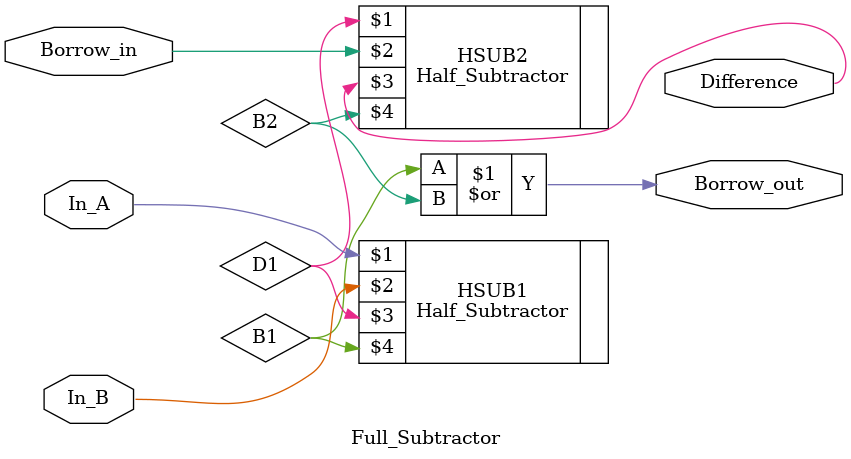
<source format=v>
`timescale 1ns / 1ps

module Full_Subtractor(
    In_A, In_B, Borrow_in, Difference, Borrow_out
    );
    input In_A, In_B, Borrow_in;
    output Difference, Borrow_out;
    
    // implement full subtractor circuit, your code starts from here.
    // use half subtractor in this module, fulfill I/O ports connection.
    
	wire D1, B1, B2;
	Half_Subtractor HSUB1( In_A, In_B, D1, B1);
	Half_Subtractor HSUB2( D1, Borrow_in, Difference, B2);

//    Half_Subtractor HSUB (
//       .In_A(In_A), 
//       .In_B(In_A), 
//       .Difference(D1), 
//       .Borrow_out(B1)
//   );
   
//   Half_Subtractor HSUB2 (
//       .In_A(D1), 
//       .In_B(Borrow_in), 
//       .Difference(Difference), 
//       .Borrow_out(B2)
//   );
    or( Borrow_out, B1, B2);

endmodule

</source>
